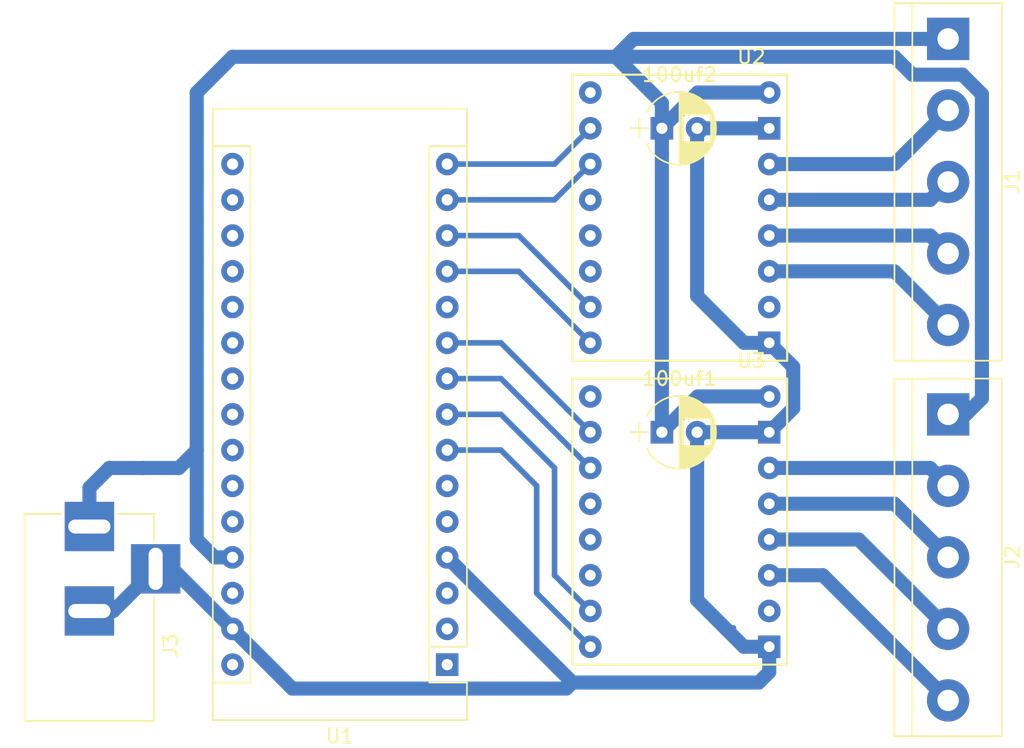
<source format=kicad_pcb>
(kicad_pcb (version 4) (host pcbnew 4.0.7)

  (general
    (links 32)
    (no_connects 0)
    (area 12.375 13.344999 85.835 67.315)
    (thickness 1.6)
    (drawings 0)
    (tracks 92)
    (zones 0)
    (modules 8)
    (nets 48)
  )

  (page A4)
  (layers
    (0 F.Cu signal)
    (31 B.Cu signal)
    (33 F.Adhes user)
    (35 F.Paste user)
    (37 F.SilkS user)
    (39 F.Mask user)
    (40 Dwgs.User user)
    (41 Cmts.User user)
    (42 Eco1.User user)
    (43 Eco2.User user)
    (44 Edge.Cuts user)
    (45 Margin user)
    (47 F.CrtYd user)
    (49 F.Fab user)
  )

  (setup
    (last_trace_width 1)
    (user_trace_width 1)
    (trace_clearance 0.4)
    (zone_clearance 0.508)
    (zone_45_only no)
    (trace_min 0.2)
    (segment_width 0.2)
    (edge_width 0.1)
    (via_size 0.6)
    (via_drill 0.4)
    (via_min_size 0.4)
    (via_min_drill 0.3)
    (uvia_size 0.3)
    (uvia_drill 0.1)
    (uvias_allowed no)
    (uvia_min_size 0.2)
    (uvia_min_drill 0.1)
    (pcb_text_width 0.3)
    (pcb_text_size 1.5 1.5)
    (mod_edge_width 0.15)
    (mod_text_size 1 1)
    (mod_text_width 0.15)
    (pad_size 1.6 1.6)
    (pad_drill 0.8)
    (pad_to_mask_clearance 0)
    (aux_axis_origin 0 0)
    (visible_elements 7FFFFFFF)
    (pcbplotparams
      (layerselection 0x00020_80000001)
      (usegerberextensions false)
      (excludeedgelayer true)
      (linewidth 0.100000)
      (plotframeref false)
      (viasonmask false)
      (mode 1)
      (useauxorigin false)
      (hpglpennumber 1)
      (hpglpenspeed 20)
      (hpglpendiameter 15)
      (hpglpenoverlay 2)
      (psnegative false)
      (psa4output false)
      (plotreference true)
      (plotvalue true)
      (plotinvisibletext false)
      (padsonsilk false)
      (subtractmaskfromsilk false)
      (outputformat 1)
      (mirror false)
      (drillshape 0)
      (scaleselection 1)
      (outputdirectory ./))
  )

  (net 0 "")
  (net 1 /VMOT)
  (net 2 GND)
  (net 3 "Net-(J1-Pad2)")
  (net 4 "Net-(J1-Pad3)")
  (net 5 "Net-(J1-Pad4)")
  (net 6 "Net-(J1-Pad5)")
  (net 7 "Net-(J2-Pad2)")
  (net 8 "Net-(J2-Pad3)")
  (net 9 "Net-(J2-Pad4)")
  (net 10 "Net-(J2-Pad5)")
  (net 11 "Net-(U1-Pad1)")
  (net 12 "Net-(U1-Pad17)")
  (net 13 "Net-(U1-Pad2)")
  (net 14 "Net-(U1-Pad18)")
  (net 15 "Net-(U1-Pad3)")
  (net 16 "Net-(U1-Pad19)")
  (net 17 "Net-(U1-Pad20)")
  (net 18 "Net-(U1-Pad5)")
  (net 19 "Net-(U1-Pad21)")
  (net 20 "Net-(U1-Pad6)")
  (net 21 "Net-(U1-Pad22)")
  (net 22 "Net-(U1-Pad7)")
  (net 23 "Net-(U1-Pad23)")
  (net 24 "Net-(U1-Pad8)")
  (net 25 "Net-(U1-Pad24)")
  (net 26 "Net-(U1-Pad9)")
  (net 27 "Net-(U1-Pad25)")
  (net 28 "Net-(U1-Pad10)")
  (net 29 "Net-(U1-Pad26)")
  (net 30 "Net-(U1-Pad11)")
  (net 31 "Net-(U1-Pad12)")
  (net 32 "Net-(U1-Pad28)")
  (net 33 "Net-(U1-Pad13)")
  (net 34 "Net-(U1-Pad14)")
  (net 35 "Net-(U1-Pad30)")
  (net 36 "Net-(U1-Pad15)")
  (net 37 "Net-(U1-Pad16)")
  (net 38 "Net-(U2-Pad1)")
  (net 39 "Net-(U2-Pad4)")
  (net 40 "Net-(U2-Pad5)")
  (net 41 "Net-(U2-Pad6)")
  (net 42 "Net-(U2-Pad10)")
  (net 43 "Net-(U3-Pad1)")
  (net 44 "Net-(U3-Pad4)")
  (net 45 "Net-(U3-Pad5)")
  (net 46 "Net-(U3-Pad6)")
  (net 47 "Net-(U3-Pad10)")

  (net_class Default "This is the default net class."
    (clearance 0.4)
    (trace_width 0.4)
    (via_dia 0.6)
    (via_drill 0.4)
    (uvia_dia 0.3)
    (uvia_drill 0.1)
    (add_net /VMOT)
    (add_net GND)
    (add_net "Net-(J1-Pad2)")
    (add_net "Net-(J1-Pad3)")
    (add_net "Net-(J1-Pad4)")
    (add_net "Net-(J1-Pad5)")
    (add_net "Net-(J2-Pad2)")
    (add_net "Net-(J2-Pad3)")
    (add_net "Net-(J2-Pad4)")
    (add_net "Net-(J2-Pad5)")
    (add_net "Net-(U1-Pad1)")
    (add_net "Net-(U1-Pad10)")
    (add_net "Net-(U1-Pad11)")
    (add_net "Net-(U1-Pad12)")
    (add_net "Net-(U1-Pad13)")
    (add_net "Net-(U1-Pad14)")
    (add_net "Net-(U1-Pad15)")
    (add_net "Net-(U1-Pad16)")
    (add_net "Net-(U1-Pad17)")
    (add_net "Net-(U1-Pad18)")
    (add_net "Net-(U1-Pad19)")
    (add_net "Net-(U1-Pad2)")
    (add_net "Net-(U1-Pad20)")
    (add_net "Net-(U1-Pad21)")
    (add_net "Net-(U1-Pad22)")
    (add_net "Net-(U1-Pad23)")
    (add_net "Net-(U1-Pad24)")
    (add_net "Net-(U1-Pad25)")
    (add_net "Net-(U1-Pad26)")
    (add_net "Net-(U1-Pad28)")
    (add_net "Net-(U1-Pad3)")
    (add_net "Net-(U1-Pad30)")
    (add_net "Net-(U1-Pad5)")
    (add_net "Net-(U1-Pad6)")
    (add_net "Net-(U1-Pad7)")
    (add_net "Net-(U1-Pad8)")
    (add_net "Net-(U1-Pad9)")
    (add_net "Net-(U2-Pad1)")
    (add_net "Net-(U2-Pad10)")
    (add_net "Net-(U2-Pad4)")
    (add_net "Net-(U2-Pad5)")
    (add_net "Net-(U2-Pad6)")
    (add_net "Net-(U3-Pad1)")
    (add_net "Net-(U3-Pad10)")
    (add_net "Net-(U3-Pad4)")
    (add_net "Net-(U3-Pad5)")
    (add_net "Net-(U3-Pad6)")
  )

  (module Connectors:BARREL_JACK (layer F.Cu) (tedit 5861378E) (tstamp 5B4F5C5F)
    (at 19.05 51.15 90)
    (descr "DC Barrel Jack")
    (tags "Power Jack")
    (path /5B4F59B8)
    (fp_text reference J3 (at -8.45 5.75 270) (layer F.SilkS)
      (effects (font (size 1 1) (thickness 0.15)))
    )
    (fp_text value Jack-DC (at -6.2 -5.5 90) (layer F.Fab)
      (effects (font (size 1 1) (thickness 0.15)))
    )
    (fp_line (start 1 -4.5) (end 1 -4.75) (layer F.CrtYd) (width 0.05))
    (fp_line (start 1 -4.75) (end -14 -4.75) (layer F.CrtYd) (width 0.05))
    (fp_line (start 1 -4.5) (end 1 -2) (layer F.CrtYd) (width 0.05))
    (fp_line (start 1 -2) (end 2 -2) (layer F.CrtYd) (width 0.05))
    (fp_line (start 2 -2) (end 2 2) (layer F.CrtYd) (width 0.05))
    (fp_line (start 2 2) (end 1 2) (layer F.CrtYd) (width 0.05))
    (fp_line (start 1 2) (end 1 4.75) (layer F.CrtYd) (width 0.05))
    (fp_line (start 1 4.75) (end -1 4.75) (layer F.CrtYd) (width 0.05))
    (fp_line (start -1 4.75) (end -1 6.75) (layer F.CrtYd) (width 0.05))
    (fp_line (start -1 6.75) (end -5 6.75) (layer F.CrtYd) (width 0.05))
    (fp_line (start -5 6.75) (end -5 4.75) (layer F.CrtYd) (width 0.05))
    (fp_line (start -5 4.75) (end -14 4.75) (layer F.CrtYd) (width 0.05))
    (fp_line (start -14 4.75) (end -14 -4.75) (layer F.CrtYd) (width 0.05))
    (fp_line (start -5 4.6) (end -13.8 4.6) (layer F.SilkS) (width 0.12))
    (fp_line (start -13.8 4.6) (end -13.8 -4.6) (layer F.SilkS) (width 0.12))
    (fp_line (start 0.9 1.9) (end 0.9 4.6) (layer F.SilkS) (width 0.12))
    (fp_line (start 0.9 4.6) (end -1 4.6) (layer F.SilkS) (width 0.12))
    (fp_line (start -13.8 -4.6) (end 0.9 -4.6) (layer F.SilkS) (width 0.12))
    (fp_line (start 0.9 -4.6) (end 0.9 -2) (layer F.SilkS) (width 0.12))
    (fp_line (start -10.2 -4.5) (end -10.2 4.5) (layer F.Fab) (width 0.1))
    (fp_line (start -13.7 -4.5) (end -13.7 4.5) (layer F.Fab) (width 0.1))
    (fp_line (start -13.7 4.5) (end 0.8 4.5) (layer F.Fab) (width 0.1))
    (fp_line (start 0.8 4.5) (end 0.8 -4.5) (layer F.Fab) (width 0.1))
    (fp_line (start 0.8 -4.5) (end -13.7 -4.5) (layer F.Fab) (width 0.1))
    (pad 1 thru_hole rect (at 0 0 90) (size 3.5 3.5) (drill oval 1 3) (layers *.Cu *.Mask)
      (net 1 /VMOT))
    (pad 2 thru_hole rect (at -6 0 90) (size 3.5 3.5) (drill oval 1 3) (layers *.Cu *.Mask)
      (net 2 GND))
    (pad 3 thru_hole rect (at -3 4.7 90) (size 3.5 3.5) (drill oval 3 1) (layers *.Cu *.Mask)
      (net 2 GND))
  )

  (module "Polarizer Project:drv8834" (layer F.Cu) (tedit 5B4F34F1) (tstamp 5B4F3847)
    (at 54.61 20.32)
    (path /5B36050B)
    (fp_text reference U2 (at 11.43 -2.54) (layer F.SilkS)
      (effects (font (size 1 1) (thickness 0.15)))
    )
    (fp_text value DRV8834_LV (at 1.27 -2.54) (layer F.Fab)
      (effects (font (size 1 1) (thickness 0.15)))
    )
    (fp_line (start -1.27 -1.27) (end 13.97 -1.27) (layer F.SilkS) (width 0.15))
    (fp_line (start 13.97 -1.27) (end 13.97 19.05) (layer F.SilkS) (width 0.15))
    (fp_line (start 13.97 19.05) (end -1.27 19.05) (layer F.SilkS) (width 0.15))
    (fp_line (start -1.27 19.05) (end -1.27 -1.27) (layer F.SilkS) (width 0.15))
    (pad 1 thru_hole circle (at 0 0) (size 1.6 1.6) (drill 0.762) (layers *.Cu *.Mask)
      (net 38 "Net-(U2-Pad1)"))
    (pad 2 thru_hole circle (at 0 2.54) (size 1.6 1.6) (drill 0.762) (layers *.Cu *.Mask)
      (net 36 "Net-(U1-Pad15)"))
    (pad 3 thru_hole circle (at 0 5.08) (size 1.6 1.6) (drill 0.762) (layers *.Cu *.Mask)
      (net 34 "Net-(U1-Pad14)"))
    (pad 4 thru_hole circle (at 0 7.62) (size 1.6 1.6) (drill 0.762) (layers *.Cu *.Mask)
      (net 39 "Net-(U2-Pad4)"))
    (pad 5 thru_hole circle (at 0 10.16) (size 1.6 1.6) (drill 0.762) (layers *.Cu *.Mask)
      (net 40 "Net-(U2-Pad5)"))
    (pad 6 thru_hole circle (at 0 12.7) (size 1.6 1.6) (drill 0.762) (layers *.Cu *.Mask)
      (net 41 "Net-(U2-Pad6)"))
    (pad 7 thru_hole circle (at 0 15.24) (size 1.6 1.6) (drill 0.762) (layers *.Cu *.Mask)
      (net 33 "Net-(U1-Pad13)"))
    (pad 8 thru_hole circle (at 0 17.78) (size 1.6 1.6) (drill 0.762) (layers *.Cu *.Mask)
      (net 31 "Net-(U1-Pad12)"))
    (pad 9 thru_hole rect (at 12.7 17.78) (size 1.6 1.6) (drill 0.762) (layers *.Cu *.Mask)
      (net 2 GND))
    (pad 10 thru_hole circle (at 12.7 15.24) (size 1.6 1.6) (drill 0.762) (layers *.Cu *.Mask)
      (net 42 "Net-(U2-Pad10)"))
    (pad 11 thru_hole circle (at 12.7 12.7) (size 1.6 1.6) (drill 0.762) (layers *.Cu *.Mask)
      (net 6 "Net-(J1-Pad5)"))
    (pad 12 thru_hole circle (at 12.7 10.16) (size 1.6 1.6) (drill 0.762) (layers *.Cu *.Mask)
      (net 5 "Net-(J1-Pad4)"))
    (pad 13 thru_hole circle (at 12.7 7.62) (size 1.6 1.6) (drill 0.762) (layers *.Cu *.Mask)
      (net 4 "Net-(J1-Pad3)"))
    (pad 14 thru_hole circle (at 12.7 5.08) (size 1.6 1.6) (drill 0.762) (layers *.Cu *.Mask)
      (net 3 "Net-(J1-Pad2)"))
    (pad 15 thru_hole rect (at 12.7 2.54) (size 1.6 1.6) (drill 0.762) (layers *.Cu *.Mask)
      (net 2 GND))
    (pad 16 thru_hole circle (at 12.7 0) (size 1.6 1.6) (drill 0.762) (layers *.Cu *.Mask)
      (net 1 /VMOT))
  )

  (module Capacitors_THT:CP_Radial_D5.0mm_P2.50mm (layer F.Cu) (tedit 597BC7C2) (tstamp 5B4F373D)
    (at 59.69 44.45)
    (descr "CP, Radial series, Radial, pin pitch=2.50mm, , diameter=5mm, Electrolytic Capacitor")
    (tags "CP Radial series Radial pin pitch 2.50mm  diameter 5mm Electrolytic Capacitor")
    (path /5B360C92)
    (fp_text reference 100uf1 (at 1.25 -3.81) (layer F.SilkS)
      (effects (font (size 1 1) (thickness 0.15)))
    )
    (fp_text value CP1 (at 1.25 3.81) (layer F.Fab)
      (effects (font (size 1 1) (thickness 0.15)))
    )
    (fp_arc (start 1.25 0) (end -1.05558 -1.18) (angle 125.8) (layer F.SilkS) (width 0.12))
    (fp_arc (start 1.25 0) (end -1.05558 1.18) (angle -125.8) (layer F.SilkS) (width 0.12))
    (fp_arc (start 1.25 0) (end 3.55558 -1.18) (angle 54.2) (layer F.SilkS) (width 0.12))
    (fp_circle (center 1.25 0) (end 3.75 0) (layer F.Fab) (width 0.1))
    (fp_line (start -2.2 0) (end -1 0) (layer F.Fab) (width 0.1))
    (fp_line (start -1.6 -0.65) (end -1.6 0.65) (layer F.Fab) (width 0.1))
    (fp_line (start 1.25 -2.55) (end 1.25 2.55) (layer F.SilkS) (width 0.12))
    (fp_line (start 1.29 -2.55) (end 1.29 2.55) (layer F.SilkS) (width 0.12))
    (fp_line (start 1.33 -2.549) (end 1.33 2.549) (layer F.SilkS) (width 0.12))
    (fp_line (start 1.37 -2.548) (end 1.37 2.548) (layer F.SilkS) (width 0.12))
    (fp_line (start 1.41 -2.546) (end 1.41 2.546) (layer F.SilkS) (width 0.12))
    (fp_line (start 1.45 -2.543) (end 1.45 2.543) (layer F.SilkS) (width 0.12))
    (fp_line (start 1.49 -2.539) (end 1.49 2.539) (layer F.SilkS) (width 0.12))
    (fp_line (start 1.53 -2.535) (end 1.53 -0.98) (layer F.SilkS) (width 0.12))
    (fp_line (start 1.53 0.98) (end 1.53 2.535) (layer F.SilkS) (width 0.12))
    (fp_line (start 1.57 -2.531) (end 1.57 -0.98) (layer F.SilkS) (width 0.12))
    (fp_line (start 1.57 0.98) (end 1.57 2.531) (layer F.SilkS) (width 0.12))
    (fp_line (start 1.61 -2.525) (end 1.61 -0.98) (layer F.SilkS) (width 0.12))
    (fp_line (start 1.61 0.98) (end 1.61 2.525) (layer F.SilkS) (width 0.12))
    (fp_line (start 1.65 -2.519) (end 1.65 -0.98) (layer F.SilkS) (width 0.12))
    (fp_line (start 1.65 0.98) (end 1.65 2.519) (layer F.SilkS) (width 0.12))
    (fp_line (start 1.69 -2.513) (end 1.69 -0.98) (layer F.SilkS) (width 0.12))
    (fp_line (start 1.69 0.98) (end 1.69 2.513) (layer F.SilkS) (width 0.12))
    (fp_line (start 1.73 -2.506) (end 1.73 -0.98) (layer F.SilkS) (width 0.12))
    (fp_line (start 1.73 0.98) (end 1.73 2.506) (layer F.SilkS) (width 0.12))
    (fp_line (start 1.77 -2.498) (end 1.77 -0.98) (layer F.SilkS) (width 0.12))
    (fp_line (start 1.77 0.98) (end 1.77 2.498) (layer F.SilkS) (width 0.12))
    (fp_line (start 1.81 -2.489) (end 1.81 -0.98) (layer F.SilkS) (width 0.12))
    (fp_line (start 1.81 0.98) (end 1.81 2.489) (layer F.SilkS) (width 0.12))
    (fp_line (start 1.85 -2.48) (end 1.85 -0.98) (layer F.SilkS) (width 0.12))
    (fp_line (start 1.85 0.98) (end 1.85 2.48) (layer F.SilkS) (width 0.12))
    (fp_line (start 1.89 -2.47) (end 1.89 -0.98) (layer F.SilkS) (width 0.12))
    (fp_line (start 1.89 0.98) (end 1.89 2.47) (layer F.SilkS) (width 0.12))
    (fp_line (start 1.93 -2.46) (end 1.93 -0.98) (layer F.SilkS) (width 0.12))
    (fp_line (start 1.93 0.98) (end 1.93 2.46) (layer F.SilkS) (width 0.12))
    (fp_line (start 1.971 -2.448) (end 1.971 -0.98) (layer F.SilkS) (width 0.12))
    (fp_line (start 1.971 0.98) (end 1.971 2.448) (layer F.SilkS) (width 0.12))
    (fp_line (start 2.011 -2.436) (end 2.011 -0.98) (layer F.SilkS) (width 0.12))
    (fp_line (start 2.011 0.98) (end 2.011 2.436) (layer F.SilkS) (width 0.12))
    (fp_line (start 2.051 -2.424) (end 2.051 -0.98) (layer F.SilkS) (width 0.12))
    (fp_line (start 2.051 0.98) (end 2.051 2.424) (layer F.SilkS) (width 0.12))
    (fp_line (start 2.091 -2.41) (end 2.091 -0.98) (layer F.SilkS) (width 0.12))
    (fp_line (start 2.091 0.98) (end 2.091 2.41) (layer F.SilkS) (width 0.12))
    (fp_line (start 2.131 -2.396) (end 2.131 -0.98) (layer F.SilkS) (width 0.12))
    (fp_line (start 2.131 0.98) (end 2.131 2.396) (layer F.SilkS) (width 0.12))
    (fp_line (start 2.171 -2.382) (end 2.171 -0.98) (layer F.SilkS) (width 0.12))
    (fp_line (start 2.171 0.98) (end 2.171 2.382) (layer F.SilkS) (width 0.12))
    (fp_line (start 2.211 -2.366) (end 2.211 -0.98) (layer F.SilkS) (width 0.12))
    (fp_line (start 2.211 0.98) (end 2.211 2.366) (layer F.SilkS) (width 0.12))
    (fp_line (start 2.251 -2.35) (end 2.251 -0.98) (layer F.SilkS) (width 0.12))
    (fp_line (start 2.251 0.98) (end 2.251 2.35) (layer F.SilkS) (width 0.12))
    (fp_line (start 2.291 -2.333) (end 2.291 -0.98) (layer F.SilkS) (width 0.12))
    (fp_line (start 2.291 0.98) (end 2.291 2.333) (layer F.SilkS) (width 0.12))
    (fp_line (start 2.331 -2.315) (end 2.331 -0.98) (layer F.SilkS) (width 0.12))
    (fp_line (start 2.331 0.98) (end 2.331 2.315) (layer F.SilkS) (width 0.12))
    (fp_line (start 2.371 -2.296) (end 2.371 -0.98) (layer F.SilkS) (width 0.12))
    (fp_line (start 2.371 0.98) (end 2.371 2.296) (layer F.SilkS) (width 0.12))
    (fp_line (start 2.411 -2.276) (end 2.411 -0.98) (layer F.SilkS) (width 0.12))
    (fp_line (start 2.411 0.98) (end 2.411 2.276) (layer F.SilkS) (width 0.12))
    (fp_line (start 2.451 -2.256) (end 2.451 -0.98) (layer F.SilkS) (width 0.12))
    (fp_line (start 2.451 0.98) (end 2.451 2.256) (layer F.SilkS) (width 0.12))
    (fp_line (start 2.491 -2.234) (end 2.491 -0.98) (layer F.SilkS) (width 0.12))
    (fp_line (start 2.491 0.98) (end 2.491 2.234) (layer F.SilkS) (width 0.12))
    (fp_line (start 2.531 -2.212) (end 2.531 -0.98) (layer F.SilkS) (width 0.12))
    (fp_line (start 2.531 0.98) (end 2.531 2.212) (layer F.SilkS) (width 0.12))
    (fp_line (start 2.571 -2.189) (end 2.571 -0.98) (layer F.SilkS) (width 0.12))
    (fp_line (start 2.571 0.98) (end 2.571 2.189) (layer F.SilkS) (width 0.12))
    (fp_line (start 2.611 -2.165) (end 2.611 -0.98) (layer F.SilkS) (width 0.12))
    (fp_line (start 2.611 0.98) (end 2.611 2.165) (layer F.SilkS) (width 0.12))
    (fp_line (start 2.651 -2.14) (end 2.651 -0.98) (layer F.SilkS) (width 0.12))
    (fp_line (start 2.651 0.98) (end 2.651 2.14) (layer F.SilkS) (width 0.12))
    (fp_line (start 2.691 -2.113) (end 2.691 -0.98) (layer F.SilkS) (width 0.12))
    (fp_line (start 2.691 0.98) (end 2.691 2.113) (layer F.SilkS) (width 0.12))
    (fp_line (start 2.731 -2.086) (end 2.731 -0.98) (layer F.SilkS) (width 0.12))
    (fp_line (start 2.731 0.98) (end 2.731 2.086) (layer F.SilkS) (width 0.12))
    (fp_line (start 2.771 -2.058) (end 2.771 -0.98) (layer F.SilkS) (width 0.12))
    (fp_line (start 2.771 0.98) (end 2.771 2.058) (layer F.SilkS) (width 0.12))
    (fp_line (start 2.811 -2.028) (end 2.811 -0.98) (layer F.SilkS) (width 0.12))
    (fp_line (start 2.811 0.98) (end 2.811 2.028) (layer F.SilkS) (width 0.12))
    (fp_line (start 2.851 -1.997) (end 2.851 -0.98) (layer F.SilkS) (width 0.12))
    (fp_line (start 2.851 0.98) (end 2.851 1.997) (layer F.SilkS) (width 0.12))
    (fp_line (start 2.891 -1.965) (end 2.891 -0.98) (layer F.SilkS) (width 0.12))
    (fp_line (start 2.891 0.98) (end 2.891 1.965) (layer F.SilkS) (width 0.12))
    (fp_line (start 2.931 -1.932) (end 2.931 -0.98) (layer F.SilkS) (width 0.12))
    (fp_line (start 2.931 0.98) (end 2.931 1.932) (layer F.SilkS) (width 0.12))
    (fp_line (start 2.971 -1.897) (end 2.971 -0.98) (layer F.SilkS) (width 0.12))
    (fp_line (start 2.971 0.98) (end 2.971 1.897) (layer F.SilkS) (width 0.12))
    (fp_line (start 3.011 -1.861) (end 3.011 -0.98) (layer F.SilkS) (width 0.12))
    (fp_line (start 3.011 0.98) (end 3.011 1.861) (layer F.SilkS) (width 0.12))
    (fp_line (start 3.051 -1.823) (end 3.051 -0.98) (layer F.SilkS) (width 0.12))
    (fp_line (start 3.051 0.98) (end 3.051 1.823) (layer F.SilkS) (width 0.12))
    (fp_line (start 3.091 -1.783) (end 3.091 -0.98) (layer F.SilkS) (width 0.12))
    (fp_line (start 3.091 0.98) (end 3.091 1.783) (layer F.SilkS) (width 0.12))
    (fp_line (start 3.131 -1.742) (end 3.131 -0.98) (layer F.SilkS) (width 0.12))
    (fp_line (start 3.131 0.98) (end 3.131 1.742) (layer F.SilkS) (width 0.12))
    (fp_line (start 3.171 -1.699) (end 3.171 -0.98) (layer F.SilkS) (width 0.12))
    (fp_line (start 3.171 0.98) (end 3.171 1.699) (layer F.SilkS) (width 0.12))
    (fp_line (start 3.211 -1.654) (end 3.211 -0.98) (layer F.SilkS) (width 0.12))
    (fp_line (start 3.211 0.98) (end 3.211 1.654) (layer F.SilkS) (width 0.12))
    (fp_line (start 3.251 -1.606) (end 3.251 -0.98) (layer F.SilkS) (width 0.12))
    (fp_line (start 3.251 0.98) (end 3.251 1.606) (layer F.SilkS) (width 0.12))
    (fp_line (start 3.291 -1.556) (end 3.291 -0.98) (layer F.SilkS) (width 0.12))
    (fp_line (start 3.291 0.98) (end 3.291 1.556) (layer F.SilkS) (width 0.12))
    (fp_line (start 3.331 -1.504) (end 3.331 -0.98) (layer F.SilkS) (width 0.12))
    (fp_line (start 3.331 0.98) (end 3.331 1.504) (layer F.SilkS) (width 0.12))
    (fp_line (start 3.371 -1.448) (end 3.371 -0.98) (layer F.SilkS) (width 0.12))
    (fp_line (start 3.371 0.98) (end 3.371 1.448) (layer F.SilkS) (width 0.12))
    (fp_line (start 3.411 -1.39) (end 3.411 -0.98) (layer F.SilkS) (width 0.12))
    (fp_line (start 3.411 0.98) (end 3.411 1.39) (layer F.SilkS) (width 0.12))
    (fp_line (start 3.451 -1.327) (end 3.451 -0.98) (layer F.SilkS) (width 0.12))
    (fp_line (start 3.451 0.98) (end 3.451 1.327) (layer F.SilkS) (width 0.12))
    (fp_line (start 3.491 -1.261) (end 3.491 1.261) (layer F.SilkS) (width 0.12))
    (fp_line (start 3.531 -1.189) (end 3.531 1.189) (layer F.SilkS) (width 0.12))
    (fp_line (start 3.571 -1.112) (end 3.571 1.112) (layer F.SilkS) (width 0.12))
    (fp_line (start 3.611 -1.028) (end 3.611 1.028) (layer F.SilkS) (width 0.12))
    (fp_line (start 3.651 -0.934) (end 3.651 0.934) (layer F.SilkS) (width 0.12))
    (fp_line (start 3.691 -0.829) (end 3.691 0.829) (layer F.SilkS) (width 0.12))
    (fp_line (start 3.731 -0.707) (end 3.731 0.707) (layer F.SilkS) (width 0.12))
    (fp_line (start 3.771 -0.559) (end 3.771 0.559) (layer F.SilkS) (width 0.12))
    (fp_line (start 3.811 -0.354) (end 3.811 0.354) (layer F.SilkS) (width 0.12))
    (fp_line (start -2.2 0) (end -1 0) (layer F.SilkS) (width 0.12))
    (fp_line (start -1.6 -0.65) (end -1.6 0.65) (layer F.SilkS) (width 0.12))
    (fp_line (start -1.6 -2.85) (end -1.6 2.85) (layer F.CrtYd) (width 0.05))
    (fp_line (start -1.6 2.85) (end 4.1 2.85) (layer F.CrtYd) (width 0.05))
    (fp_line (start 4.1 2.85) (end 4.1 -2.85) (layer F.CrtYd) (width 0.05))
    (fp_line (start 4.1 -2.85) (end -1.6 -2.85) (layer F.CrtYd) (width 0.05))
    (fp_text user %R (at 1.25 0) (layer F.Fab)
      (effects (font (size 1 1) (thickness 0.15)))
    )
    (pad 1 thru_hole rect (at 0 0) (size 1.6 1.6) (drill 0.8) (layers *.Cu *.Mask)
      (net 1 /VMOT))
    (pad 2 thru_hole circle (at 2.5 0) (size 1.6 1.6) (drill 0.8) (layers *.Cu *.Mask)
      (net 2 GND))
    (model ${KISYS3DMOD}/Capacitors_THT.3dshapes/CP_Radial_D5.0mm_P2.50mm.wrl
      (at (xyz 0 0 0))
      (scale (xyz 1 1 1))
      (rotate (xyz 0 0 0))
    )
  )

  (module Capacitors_THT:CP_Radial_D5.0mm_P2.50mm (layer F.Cu) (tedit 597BC7C2) (tstamp 5B4F37C2)
    (at 59.69 22.86)
    (descr "CP, Radial series, Radial, pin pitch=2.50mm, , diameter=5mm, Electrolytic Capacitor")
    (tags "CP Radial series Radial pin pitch 2.50mm  diameter 5mm Electrolytic Capacitor")
    (path /5B360D13)
    (fp_text reference 100uf2 (at 1.25 -3.81) (layer F.SilkS)
      (effects (font (size 1 1) (thickness 0.15)))
    )
    (fp_text value CP1 (at 1.25 3.81) (layer F.Fab)
      (effects (font (size 1 1) (thickness 0.15)))
    )
    (fp_arc (start 1.25 0) (end -1.05558 -1.18) (angle 125.8) (layer F.SilkS) (width 0.12))
    (fp_arc (start 1.25 0) (end -1.05558 1.18) (angle -125.8) (layer F.SilkS) (width 0.12))
    (fp_arc (start 1.25 0) (end 3.55558 -1.18) (angle 54.2) (layer F.SilkS) (width 0.12))
    (fp_circle (center 1.25 0) (end 3.75 0) (layer F.Fab) (width 0.1))
    (fp_line (start -2.2 0) (end -1 0) (layer F.Fab) (width 0.1))
    (fp_line (start -1.6 -0.65) (end -1.6 0.65) (layer F.Fab) (width 0.1))
    (fp_line (start 1.25 -2.55) (end 1.25 2.55) (layer F.SilkS) (width 0.12))
    (fp_line (start 1.29 -2.55) (end 1.29 2.55) (layer F.SilkS) (width 0.12))
    (fp_line (start 1.33 -2.549) (end 1.33 2.549) (layer F.SilkS) (width 0.12))
    (fp_line (start 1.37 -2.548) (end 1.37 2.548) (layer F.SilkS) (width 0.12))
    (fp_line (start 1.41 -2.546) (end 1.41 2.546) (layer F.SilkS) (width 0.12))
    (fp_line (start 1.45 -2.543) (end 1.45 2.543) (layer F.SilkS) (width 0.12))
    (fp_line (start 1.49 -2.539) (end 1.49 2.539) (layer F.SilkS) (width 0.12))
    (fp_line (start 1.53 -2.535) (end 1.53 -0.98) (layer F.SilkS) (width 0.12))
    (fp_line (start 1.53 0.98) (end 1.53 2.535) (layer F.SilkS) (width 0.12))
    (fp_line (start 1.57 -2.531) (end 1.57 -0.98) (layer F.SilkS) (width 0.12))
    (fp_line (start 1.57 0.98) (end 1.57 2.531) (layer F.SilkS) (width 0.12))
    (fp_line (start 1.61 -2.525) (end 1.61 -0.98) (layer F.SilkS) (width 0.12))
    (fp_line (start 1.61 0.98) (end 1.61 2.525) (layer F.SilkS) (width 0.12))
    (fp_line (start 1.65 -2.519) (end 1.65 -0.98) (layer F.SilkS) (width 0.12))
    (fp_line (start 1.65 0.98) (end 1.65 2.519) (layer F.SilkS) (width 0.12))
    (fp_line (start 1.69 -2.513) (end 1.69 -0.98) (layer F.SilkS) (width 0.12))
    (fp_line (start 1.69 0.98) (end 1.69 2.513) (layer F.SilkS) (width 0.12))
    (fp_line (start 1.73 -2.506) (end 1.73 -0.98) (layer F.SilkS) (width 0.12))
    (fp_line (start 1.73 0.98) (end 1.73 2.506) (layer F.SilkS) (width 0.12))
    (fp_line (start 1.77 -2.498) (end 1.77 -0.98) (layer F.SilkS) (width 0.12))
    (fp_line (start 1.77 0.98) (end 1.77 2.498) (layer F.SilkS) (width 0.12))
    (fp_line (start 1.81 -2.489) (end 1.81 -0.98) (layer F.SilkS) (width 0.12))
    (fp_line (start 1.81 0.98) (end 1.81 2.489) (layer F.SilkS) (width 0.12))
    (fp_line (start 1.85 -2.48) (end 1.85 -0.98) (layer F.SilkS) (width 0.12))
    (fp_line (start 1.85 0.98) (end 1.85 2.48) (layer F.SilkS) (width 0.12))
    (fp_line (start 1.89 -2.47) (end 1.89 -0.98) (layer F.SilkS) (width 0.12))
    (fp_line (start 1.89 0.98) (end 1.89 2.47) (layer F.SilkS) (width 0.12))
    (fp_line (start 1.93 -2.46) (end 1.93 -0.98) (layer F.SilkS) (width 0.12))
    (fp_line (start 1.93 0.98) (end 1.93 2.46) (layer F.SilkS) (width 0.12))
    (fp_line (start 1.971 -2.448) (end 1.971 -0.98) (layer F.SilkS) (width 0.12))
    (fp_line (start 1.971 0.98) (end 1.971 2.448) (layer F.SilkS) (width 0.12))
    (fp_line (start 2.011 -2.436) (end 2.011 -0.98) (layer F.SilkS) (width 0.12))
    (fp_line (start 2.011 0.98) (end 2.011 2.436) (layer F.SilkS) (width 0.12))
    (fp_line (start 2.051 -2.424) (end 2.051 -0.98) (layer F.SilkS) (width 0.12))
    (fp_line (start 2.051 0.98) (end 2.051 2.424) (layer F.SilkS) (width 0.12))
    (fp_line (start 2.091 -2.41) (end 2.091 -0.98) (layer F.SilkS) (width 0.12))
    (fp_line (start 2.091 0.98) (end 2.091 2.41) (layer F.SilkS) (width 0.12))
    (fp_line (start 2.131 -2.396) (end 2.131 -0.98) (layer F.SilkS) (width 0.12))
    (fp_line (start 2.131 0.98) (end 2.131 2.396) (layer F.SilkS) (width 0.12))
    (fp_line (start 2.171 -2.382) (end 2.171 -0.98) (layer F.SilkS) (width 0.12))
    (fp_line (start 2.171 0.98) (end 2.171 2.382) (layer F.SilkS) (width 0.12))
    (fp_line (start 2.211 -2.366) (end 2.211 -0.98) (layer F.SilkS) (width 0.12))
    (fp_line (start 2.211 0.98) (end 2.211 2.366) (layer F.SilkS) (width 0.12))
    (fp_line (start 2.251 -2.35) (end 2.251 -0.98) (layer F.SilkS) (width 0.12))
    (fp_line (start 2.251 0.98) (end 2.251 2.35) (layer F.SilkS) (width 0.12))
    (fp_line (start 2.291 -2.333) (end 2.291 -0.98) (layer F.SilkS) (width 0.12))
    (fp_line (start 2.291 0.98) (end 2.291 2.333) (layer F.SilkS) (width 0.12))
    (fp_line (start 2.331 -2.315) (end 2.331 -0.98) (layer F.SilkS) (width 0.12))
    (fp_line (start 2.331 0.98) (end 2.331 2.315) (layer F.SilkS) (width 0.12))
    (fp_line (start 2.371 -2.296) (end 2.371 -0.98) (layer F.SilkS) (width 0.12))
    (fp_line (start 2.371 0.98) (end 2.371 2.296) (layer F.SilkS) (width 0.12))
    (fp_line (start 2.411 -2.276) (end 2.411 -0.98) (layer F.SilkS) (width 0.12))
    (fp_line (start 2.411 0.98) (end 2.411 2.276) (layer F.SilkS) (width 0.12))
    (fp_line (start 2.451 -2.256) (end 2.451 -0.98) (layer F.SilkS) (width 0.12))
    (fp_line (start 2.451 0.98) (end 2.451 2.256) (layer F.SilkS) (width 0.12))
    (fp_line (start 2.491 -2.234) (end 2.491 -0.98) (layer F.SilkS) (width 0.12))
    (fp_line (start 2.491 0.98) (end 2.491 2.234) (layer F.SilkS) (width 0.12))
    (fp_line (start 2.531 -2.212) (end 2.531 -0.98) (layer F.SilkS) (width 0.12))
    (fp_line (start 2.531 0.98) (end 2.531 2.212) (layer F.SilkS) (width 0.12))
    (fp_line (start 2.571 -2.189) (end 2.571 -0.98) (layer F.SilkS) (width 0.12))
    (fp_line (start 2.571 0.98) (end 2.571 2.189) (layer F.SilkS) (width 0.12))
    (fp_line (start 2.611 -2.165) (end 2.611 -0.98) (layer F.SilkS) (width 0.12))
    (fp_line (start 2.611 0.98) (end 2.611 2.165) (layer F.SilkS) (width 0.12))
    (fp_line (start 2.651 -2.14) (end 2.651 -0.98) (layer F.SilkS) (width 0.12))
    (fp_line (start 2.651 0.98) (end 2.651 2.14) (layer F.SilkS) (width 0.12))
    (fp_line (start 2.691 -2.113) (end 2.691 -0.98) (layer F.SilkS) (width 0.12))
    (fp_line (start 2.691 0.98) (end 2.691 2.113) (layer F.SilkS) (width 0.12))
    (fp_line (start 2.731 -2.086) (end 2.731 -0.98) (layer F.SilkS) (width 0.12))
    (fp_line (start 2.731 0.98) (end 2.731 2.086) (layer F.SilkS) (width 0.12))
    (fp_line (start 2.771 -2.058) (end 2.771 -0.98) (layer F.SilkS) (width 0.12))
    (fp_line (start 2.771 0.98) (end 2.771 2.058) (layer F.SilkS) (width 0.12))
    (fp_line (start 2.811 -2.028) (end 2.811 -0.98) (layer F.SilkS) (width 0.12))
    (fp_line (start 2.811 0.98) (end 2.811 2.028) (layer F.SilkS) (width 0.12))
    (fp_line (start 2.851 -1.997) (end 2.851 -0.98) (layer F.SilkS) (width 0.12))
    (fp_line (start 2.851 0.98) (end 2.851 1.997) (layer F.SilkS) (width 0.12))
    (fp_line (start 2.891 -1.965) (end 2.891 -0.98) (layer F.SilkS) (width 0.12))
    (fp_line (start 2.891 0.98) (end 2.891 1.965) (layer F.SilkS) (width 0.12))
    (fp_line (start 2.931 -1.932) (end 2.931 -0.98) (layer F.SilkS) (width 0.12))
    (fp_line (start 2.931 0.98) (end 2.931 1.932) (layer F.SilkS) (width 0.12))
    (fp_line (start 2.971 -1.897) (end 2.971 -0.98) (layer F.SilkS) (width 0.12))
    (fp_line (start 2.971 0.98) (end 2.971 1.897) (layer F.SilkS) (width 0.12))
    (fp_line (start 3.011 -1.861) (end 3.011 -0.98) (layer F.SilkS) (width 0.12))
    (fp_line (start 3.011 0.98) (end 3.011 1.861) (layer F.SilkS) (width 0.12))
    (fp_line (start 3.051 -1.823) (end 3.051 -0.98) (layer F.SilkS) (width 0.12))
    (fp_line (start 3.051 0.98) (end 3.051 1.823) (layer F.SilkS) (width 0.12))
    (fp_line (start 3.091 -1.783) (end 3.091 -0.98) (layer F.SilkS) (width 0.12))
    (fp_line (start 3.091 0.98) (end 3.091 1.783) (layer F.SilkS) (width 0.12))
    (fp_line (start 3.131 -1.742) (end 3.131 -0.98) (layer F.SilkS) (width 0.12))
    (fp_line (start 3.131 0.98) (end 3.131 1.742) (layer F.SilkS) (width 0.12))
    (fp_line (start 3.171 -1.699) (end 3.171 -0.98) (layer F.SilkS) (width 0.12))
    (fp_line (start 3.171 0.98) (end 3.171 1.699) (layer F.SilkS) (width 0.12))
    (fp_line (start 3.211 -1.654) (end 3.211 -0.98) (layer F.SilkS) (width 0.12))
    (fp_line (start 3.211 0.98) (end 3.211 1.654) (layer F.SilkS) (width 0.12))
    (fp_line (start 3.251 -1.606) (end 3.251 -0.98) (layer F.SilkS) (width 0.12))
    (fp_line (start 3.251 0.98) (end 3.251 1.606) (layer F.SilkS) (width 0.12))
    (fp_line (start 3.291 -1.556) (end 3.291 -0.98) (layer F.SilkS) (width 0.12))
    (fp_line (start 3.291 0.98) (end 3.291 1.556) (layer F.SilkS) (width 0.12))
    (fp_line (start 3.331 -1.504) (end 3.331 -0.98) (layer F.SilkS) (width 0.12))
    (fp_line (start 3.331 0.98) (end 3.331 1.504) (layer F.SilkS) (width 0.12))
    (fp_line (start 3.371 -1.448) (end 3.371 -0.98) (layer F.SilkS) (width 0.12))
    (fp_line (start 3.371 0.98) (end 3.371 1.448) (layer F.SilkS) (width 0.12))
    (fp_line (start 3.411 -1.39) (end 3.411 -0.98) (layer F.SilkS) (width 0.12))
    (fp_line (start 3.411 0.98) (end 3.411 1.39) (layer F.SilkS) (width 0.12))
    (fp_line (start 3.451 -1.327) (end 3.451 -0.98) (layer F.SilkS) (width 0.12))
    (fp_line (start 3.451 0.98) (end 3.451 1.327) (layer F.SilkS) (width 0.12))
    (fp_line (start 3.491 -1.261) (end 3.491 1.261) (layer F.SilkS) (width 0.12))
    (fp_line (start 3.531 -1.189) (end 3.531 1.189) (layer F.SilkS) (width 0.12))
    (fp_line (start 3.571 -1.112) (end 3.571 1.112) (layer F.SilkS) (width 0.12))
    (fp_line (start 3.611 -1.028) (end 3.611 1.028) (layer F.SilkS) (width 0.12))
    (fp_line (start 3.651 -0.934) (end 3.651 0.934) (layer F.SilkS) (width 0.12))
    (fp_line (start 3.691 -0.829) (end 3.691 0.829) (layer F.SilkS) (width 0.12))
    (fp_line (start 3.731 -0.707) (end 3.731 0.707) (layer F.SilkS) (width 0.12))
    (fp_line (start 3.771 -0.559) (end 3.771 0.559) (layer F.SilkS) (width 0.12))
    (fp_line (start 3.811 -0.354) (end 3.811 0.354) (layer F.SilkS) (width 0.12))
    (fp_line (start -2.2 0) (end -1 0) (layer F.SilkS) (width 0.12))
    (fp_line (start -1.6 -0.65) (end -1.6 0.65) (layer F.SilkS) (width 0.12))
    (fp_line (start -1.6 -2.85) (end -1.6 2.85) (layer F.CrtYd) (width 0.05))
    (fp_line (start -1.6 2.85) (end 4.1 2.85) (layer F.CrtYd) (width 0.05))
    (fp_line (start 4.1 2.85) (end 4.1 -2.85) (layer F.CrtYd) (width 0.05))
    (fp_line (start 4.1 -2.85) (end -1.6 -2.85) (layer F.CrtYd) (width 0.05))
    (fp_text user %R (at 1.25 0) (layer F.Fab)
      (effects (font (size 1 1) (thickness 0.15)))
    )
    (pad 1 thru_hole rect (at 0 0) (size 1.6 1.6) (drill 0.8) (layers *.Cu *.Mask)
      (net 1 /VMOT))
    (pad 2 thru_hole circle (at 2.5 0) (size 1.6 1.6) (drill 0.8) (layers *.Cu *.Mask)
      (net 2 GND))
    (model ${KISYS3DMOD}/Capacitors_THT.3dshapes/CP_Radial_D5.0mm_P2.50mm.wrl
      (at (xyz 0 0 0))
      (scale (xyz 1 1 1))
      (rotate (xyz 0 0 0))
    )
  )

  (module Connectors_Terminal_Blocks:TerminalBlock_bornier-5_P5.08mm (layer F.Cu) (tedit 59FF03DE) (tstamp 5B4F37DA)
    (at 80.01 16.51 270)
    (descr "simple 5-pin terminal block, pitch 5.08mm, revamped version of bornier5")
    (tags "terminal block bornier5")
    (path /5B3653D2)
    (fp_text reference J1 (at 10.15 -4.55 270) (layer F.SilkS)
      (effects (font (size 1 1) (thickness 0.15)))
    )
    (fp_text value Screw_Terminal_01x05 (at 10.15 4.6 270) (layer F.Fab)
      (effects (font (size 1 1) (thickness 0.15)))
    )
    (fp_text user %R (at 10.16 0 270) (layer F.Fab)
      (effects (font (size 1 1) (thickness 0.15)))
    )
    (fp_line (start -2.49 2.55) (end 22.81 2.55) (layer F.Fab) (width 0.1))
    (fp_line (start -2.49 -3.75) (end -2.49 3.75) (layer F.Fab) (width 0.1))
    (fp_line (start -2.49 3.75) (end 22.81 3.75) (layer F.Fab) (width 0.1))
    (fp_line (start 22.81 3.75) (end 22.81 -3.75) (layer F.Fab) (width 0.1))
    (fp_line (start 22.81 -3.75) (end -2.49 -3.75) (layer F.Fab) (width 0.1))
    (fp_line (start -2.54 3.81) (end 22.86 3.81) (layer F.SilkS) (width 0.12))
    (fp_line (start -2.54 2.54) (end 22.86 2.54) (layer F.SilkS) (width 0.12))
    (fp_line (start -2.54 -3.81) (end 22.86 -3.81) (layer F.SilkS) (width 0.12))
    (fp_line (start 22.86 -3.81) (end 22.86 3.81) (layer F.SilkS) (width 0.12))
    (fp_line (start -2.54 -3.81) (end -2.54 3.81) (layer F.SilkS) (width 0.12))
    (fp_line (start -2.74 -4) (end 23.06 -4) (layer F.CrtYd) (width 0.05))
    (fp_line (start -2.74 -4) (end -2.74 4) (layer F.CrtYd) (width 0.05))
    (fp_line (start 23.06 4) (end 23.06 -4) (layer F.CrtYd) (width 0.05))
    (fp_line (start 23.06 4) (end -2.74 4) (layer F.CrtYd) (width 0.05))
    (pad 2 thru_hole circle (at 5.08 0 270) (size 3 3) (drill 1.52) (layers *.Cu *.Mask)
      (net 3 "Net-(J1-Pad2)"))
    (pad 3 thru_hole circle (at 10.16 0 270) (size 3 3) (drill 1.52) (layers *.Cu *.Mask)
      (net 4 "Net-(J1-Pad3)"))
    (pad 1 thru_hole rect (at 0 0 270) (size 3 3) (drill 1.52) (layers *.Cu *.Mask)
      (net 1 /VMOT))
    (pad 4 thru_hole circle (at 15.24 0 270) (size 3 3) (drill 1.52) (layers *.Cu *.Mask)
      (net 5 "Net-(J1-Pad4)"))
    (pad 5 thru_hole circle (at 20.32 0 270) (size 3 3) (drill 1.52) (layers *.Cu *.Mask)
      (net 6 "Net-(J1-Pad5)"))
    (model ${KISYS3DMOD}/Terminal_Blocks.3dshapes/TerminalBlock_bornier-5_P5.08mm.wrl
      (at (xyz 0.4 0 0))
      (scale (xyz 1 1 1))
      (rotate (xyz 0 0 0))
    )
  )

  (module Connectors_Terminal_Blocks:TerminalBlock_bornier-5_P5.08mm (layer F.Cu) (tedit 59FF03DE) (tstamp 5B4F37F2)
    (at 80.01 43.18 270)
    (descr "simple 5-pin terminal block, pitch 5.08mm, revamped version of bornier5")
    (tags "terminal block bornier5")
    (path /5B36555A)
    (fp_text reference J2 (at 10.15 -4.55 270) (layer F.SilkS)
      (effects (font (size 1 1) (thickness 0.15)))
    )
    (fp_text value Screw_Terminal_01x05 (at 10.15 4.6 270) (layer F.Fab)
      (effects (font (size 1 1) (thickness 0.15)))
    )
    (fp_text user %R (at 10.16 0 270) (layer F.Fab)
      (effects (font (size 1 1) (thickness 0.15)))
    )
    (fp_line (start -2.49 2.55) (end 22.81 2.55) (layer F.Fab) (width 0.1))
    (fp_line (start -2.49 -3.75) (end -2.49 3.75) (layer F.Fab) (width 0.1))
    (fp_line (start -2.49 3.75) (end 22.81 3.75) (layer F.Fab) (width 0.1))
    (fp_line (start 22.81 3.75) (end 22.81 -3.75) (layer F.Fab) (width 0.1))
    (fp_line (start 22.81 -3.75) (end -2.49 -3.75) (layer F.Fab) (width 0.1))
    (fp_line (start -2.54 3.81) (end 22.86 3.81) (layer F.SilkS) (width 0.12))
    (fp_line (start -2.54 2.54) (end 22.86 2.54) (layer F.SilkS) (width 0.12))
    (fp_line (start -2.54 -3.81) (end 22.86 -3.81) (layer F.SilkS) (width 0.12))
    (fp_line (start 22.86 -3.81) (end 22.86 3.81) (layer F.SilkS) (width 0.12))
    (fp_line (start -2.54 -3.81) (end -2.54 3.81) (layer F.SilkS) (width 0.12))
    (fp_line (start -2.74 -4) (end 23.06 -4) (layer F.CrtYd) (width 0.05))
    (fp_line (start -2.74 -4) (end -2.74 4) (layer F.CrtYd) (width 0.05))
    (fp_line (start 23.06 4) (end 23.06 -4) (layer F.CrtYd) (width 0.05))
    (fp_line (start 23.06 4) (end -2.74 4) (layer F.CrtYd) (width 0.05))
    (pad 2 thru_hole circle (at 5.08 0 270) (size 3 3) (drill 1.52) (layers *.Cu *.Mask)
      (net 7 "Net-(J2-Pad2)"))
    (pad 3 thru_hole circle (at 10.16 0 270) (size 3 3) (drill 1.52) (layers *.Cu *.Mask)
      (net 8 "Net-(J2-Pad3)"))
    (pad 1 thru_hole rect (at 0 0 270) (size 3 3) (drill 1.52) (layers *.Cu *.Mask)
      (net 1 /VMOT))
    (pad 4 thru_hole circle (at 15.24 0 270) (size 3 3) (drill 1.52) (layers *.Cu *.Mask)
      (net 9 "Net-(J2-Pad4)"))
    (pad 5 thru_hole circle (at 20.32 0 270) (size 3 3) (drill 1.52) (layers *.Cu *.Mask)
      (net 10 "Net-(J2-Pad5)"))
    (model ${KISYS3DMOD}/Terminal_Blocks.3dshapes/TerminalBlock_bornier-5_P5.08mm.wrl
      (at (xyz 0.4 0 0))
      (scale (xyz 1 1 1))
      (rotate (xyz 0 0 0))
    )
  )

  (module Modules:Arduino_Nano (layer F.Cu) (tedit 5B4F50E0) (tstamp 5B4F382F)
    (at 44.45 60.96 180)
    (descr "Arduino Nano, http://www.mouser.com/pdfdocs/Gravitech_Arduino_Nano3_0.pdf")
    (tags "Arduino Nano")
    (path /5B3603A6)
    (fp_text reference U1 (at 7.62 -5.08 180) (layer F.SilkS)
      (effects (font (size 1 1) (thickness 0.15)))
    )
    (fp_text value ArduinoNano (at 8.89 19.05 270) (layer F.Fab)
      (effects (font (size 1 1) (thickness 0.15)))
    )
    (fp_text user %R (at 6.35 19.05 270) (layer F.Fab)
      (effects (font (size 1 1) (thickness 0.15)))
    )
    (fp_line (start 1.27 1.27) (end 1.27 -1.27) (layer F.SilkS) (width 0.12))
    (fp_line (start 1.27 -1.27) (end -1.4 -1.27) (layer F.SilkS) (width 0.12))
    (fp_line (start -1.4 1.27) (end -1.4 39.5) (layer F.SilkS) (width 0.12))
    (fp_line (start -1.4 -3.94) (end -1.4 -1.27) (layer F.SilkS) (width 0.12))
    (fp_line (start 13.97 -1.27) (end 16.64 -1.27) (layer F.SilkS) (width 0.12))
    (fp_line (start 13.97 -1.27) (end 13.97 36.83) (layer F.SilkS) (width 0.12))
    (fp_line (start 13.97 36.83) (end 16.64 36.83) (layer F.SilkS) (width 0.12))
    (fp_line (start 1.27 1.27) (end -1.4 1.27) (layer F.SilkS) (width 0.12))
    (fp_line (start 1.27 1.27) (end 1.27 36.83) (layer F.SilkS) (width 0.12))
    (fp_line (start 1.27 36.83) (end -1.4 36.83) (layer F.SilkS) (width 0.12))
    (fp_line (start 3.81 31.75) (end 11.43 31.75) (layer F.Fab) (width 0.1))
    (fp_line (start 11.43 31.75) (end 11.43 41.91) (layer F.Fab) (width 0.1))
    (fp_line (start 11.43 41.91) (end 3.81 41.91) (layer F.Fab) (width 0.1))
    (fp_line (start 3.81 41.91) (end 3.81 31.75) (layer F.Fab) (width 0.1))
    (fp_line (start -1.4 39.5) (end 16.64 39.5) (layer F.SilkS) (width 0.12))
    (fp_line (start 16.64 39.5) (end 16.64 -3.94) (layer F.SilkS) (width 0.12))
    (fp_line (start 16.64 -3.94) (end -1.4 -3.94) (layer F.SilkS) (width 0.12))
    (fp_line (start 16.51 39.37) (end -1.27 39.37) (layer F.Fab) (width 0.1))
    (fp_line (start -1.27 39.37) (end -1.27 -2.54) (layer F.Fab) (width 0.1))
    (fp_line (start -1.27 -2.54) (end 0 -3.81) (layer F.Fab) (width 0.1))
    (fp_line (start 0 -3.81) (end 16.51 -3.81) (layer F.Fab) (width 0.1))
    (fp_line (start 16.51 -3.81) (end 16.51 39.37) (layer F.Fab) (width 0.1))
    (fp_line (start -1.53 -4.06) (end 16.75 -4.06) (layer F.CrtYd) (width 0.05))
    (fp_line (start -1.53 -4.06) (end -1.53 42.16) (layer F.CrtYd) (width 0.05))
    (fp_line (start 16.75 42.16) (end 16.75 -4.06) (layer F.CrtYd) (width 0.05))
    (fp_line (start 16.75 42.16) (end -1.53 42.16) (layer F.CrtYd) (width 0.05))
    (pad 1 thru_hole rect (at 0 0 180) (size 1.6 1.6) (drill 0.8) (layers *.Cu *.Mask)
      (net 11 "Net-(U1-Pad1)"))
    (pad 17 thru_hole oval (at 15.24 33.02 180) (size 1.6 1.6) (drill 0.8) (layers *.Cu *.Mask)
      (net 12 "Net-(U1-Pad17)"))
    (pad 2 thru_hole oval (at 0 2.54 180) (size 1.6 1.6) (drill 0.8) (layers *.Cu *.Mask)
      (net 13 "Net-(U1-Pad2)"))
    (pad 18 thru_hole oval (at 15.24 30.48 180) (size 1.6 1.6) (drill 0.8) (layers *.Cu *.Mask)
      (net 14 "Net-(U1-Pad18)"))
    (pad 3 thru_hole oval (at 0 5.08 180) (size 1.6 1.6) (drill 0.8) (layers *.Cu *.Mask)
      (net 15 "Net-(U1-Pad3)"))
    (pad 19 thru_hole oval (at 15.24 27.94 180) (size 1.6 1.6) (drill 0.8) (layers *.Cu *.Mask)
      (net 16 "Net-(U1-Pad19)"))
    (pad 4 thru_hole oval (at 0 7.62 180) (size 1.6 1.6) (drill 0.8) (layers *.Cu *.Mask)
      (net 2 GND))
    (pad 20 thru_hole oval (at 15.24 25.4 180) (size 1.6 1.6) (drill 0.8) (layers *.Cu *.Mask)
      (net 17 "Net-(U1-Pad20)"))
    (pad 5 thru_hole oval (at 0 10.16 180) (size 1.6 1.6) (drill 0.8) (layers *.Cu *.Mask)
      (net 18 "Net-(U1-Pad5)"))
    (pad 21 thru_hole oval (at 15.24 22.86 180) (size 1.6 1.6) (drill 0.8) (layers *.Cu *.Mask)
      (net 19 "Net-(U1-Pad21)"))
    (pad 6 thru_hole oval (at 0 12.7 180) (size 1.6 1.6) (drill 0.8) (layers *.Cu *.Mask)
      (net 20 "Net-(U1-Pad6)"))
    (pad 22 thru_hole oval (at 15.24 20.32 180) (size 1.6 1.6) (drill 0.8) (layers *.Cu *.Mask)
      (net 21 "Net-(U1-Pad22)"))
    (pad 7 thru_hole oval (at 0 15.24 180) (size 1.6 1.6) (drill 0.8) (layers *.Cu *.Mask)
      (net 22 "Net-(U1-Pad7)"))
    (pad 23 thru_hole oval (at 15.24 17.78 180) (size 1.6 1.6) (drill 0.8) (layers *.Cu *.Mask)
      (net 23 "Net-(U1-Pad23)"))
    (pad 8 thru_hole oval (at 0 17.78 180) (size 1.6 1.6) (drill 0.8) (layers *.Cu *.Mask)
      (net 24 "Net-(U1-Pad8)"))
    (pad 24 thru_hole oval (at 15.24 15.24 180) (size 1.6 1.6) (drill 0.8) (layers *.Cu *.Mask)
      (net 25 "Net-(U1-Pad24)"))
    (pad 9 thru_hole oval (at 0 20.32 180) (size 1.6 1.6) (drill 0.8) (layers *.Cu *.Mask)
      (net 26 "Net-(U1-Pad9)"))
    (pad 25 thru_hole oval (at 15.24 12.7 180) (size 1.6 1.6) (drill 0.8) (layers *.Cu *.Mask)
      (net 27 "Net-(U1-Pad25)"))
    (pad 10 thru_hole oval (at 0 22.86 180) (size 1.6 1.6) (drill 0.8) (layers *.Cu *.Mask)
      (net 28 "Net-(U1-Pad10)"))
    (pad 26 thru_hole oval (at 15.24 10.16 180) (size 1.6 1.6) (drill 0.8) (layers *.Cu *.Mask)
      (net 29 "Net-(U1-Pad26)"))
    (pad 11 thru_hole oval (at 0 25.4 180) (size 1.6 1.6) (drill 0.8) (layers *.Cu *.Mask)
      (net 30 "Net-(U1-Pad11)"))
    (pad 27 thru_hole oval (at 15.24 7.62 180) (size 1.6 1.6) (drill 0.8) (layers *.Cu *.Mask)
      (net 1 /VMOT))
    (pad 12 thru_hole oval (at 0 27.94 180) (size 1.6 1.6) (drill 0.8) (layers *.Cu *.Mask)
      (net 31 "Net-(U1-Pad12)"))
    (pad 28 thru_hole oval (at 15.24 5.08 180) (size 1.6 1.6) (drill 0.8) (layers *.Cu *.Mask)
      (net 32 "Net-(U1-Pad28)"))
    (pad 13 thru_hole oval (at 0 30.48 180) (size 1.6 1.6) (drill 0.8) (layers *.Cu *.Mask)
      (net 33 "Net-(U1-Pad13)"))
    (pad 29 thru_hole oval (at 15.24 2.54 180) (size 1.6 1.6) (drill 0.8) (layers *.Cu *.Mask)
      (net 2 GND))
    (pad 14 thru_hole oval (at 0 33.02 180) (size 1.6 1.6) (drill 0.8) (layers *.Cu *.Mask)
      (net 34 "Net-(U1-Pad14)"))
    (pad 30 thru_hole oval (at 15.24 0 180) (size 1.6 1.6) (drill 0.8) (layers *.Cu *.Mask)
      (net 35 "Net-(U1-Pad30)"))
    (pad 15 thru_hole oval (at 0 35.56 180) (size 1.6 1.6) (drill 0.8) (layers *.Cu *.Mask)
      (net 36 "Net-(U1-Pad15)"))
    (pad 16 thru_hole oval (at 15.24 35.56 180) (size 1.6 1.6) (drill 0.8) (layers *.Cu *.Mask)
      (net 37 "Net-(U1-Pad16)"))
  )

  (module "Polarizer Project:drv8834" (layer F.Cu) (tedit 5B4F34F1) (tstamp 5B4F385F)
    (at 54.61 41.91)
    (path /5B360579)
    (fp_text reference U3 (at 11.43 -2.54) (layer F.SilkS)
      (effects (font (size 1 1) (thickness 0.15)))
    )
    (fp_text value DRV8834_LV (at 1.27 -2.54) (layer F.Fab)
      (effects (font (size 1 1) (thickness 0.15)))
    )
    (fp_line (start -1.27 -1.27) (end 13.97 -1.27) (layer F.SilkS) (width 0.15))
    (fp_line (start 13.97 -1.27) (end 13.97 19.05) (layer F.SilkS) (width 0.15))
    (fp_line (start 13.97 19.05) (end -1.27 19.05) (layer F.SilkS) (width 0.15))
    (fp_line (start -1.27 19.05) (end -1.27 -1.27) (layer F.SilkS) (width 0.15))
    (pad 1 thru_hole circle (at 0 0) (size 1.6 1.6) (drill 0.762) (layers *.Cu *.Mask)
      (net 43 "Net-(U3-Pad1)"))
    (pad 2 thru_hole circle (at 0 2.54) (size 1.6 1.6) (drill 0.762) (layers *.Cu *.Mask)
      (net 28 "Net-(U1-Pad10)"))
    (pad 3 thru_hole circle (at 0 5.08) (size 1.6 1.6) (drill 0.762) (layers *.Cu *.Mask)
      (net 26 "Net-(U1-Pad9)"))
    (pad 4 thru_hole circle (at 0 7.62) (size 1.6 1.6) (drill 0.762) (layers *.Cu *.Mask)
      (net 44 "Net-(U3-Pad4)"))
    (pad 5 thru_hole circle (at 0 10.16) (size 1.6 1.6) (drill 0.762) (layers *.Cu *.Mask)
      (net 45 "Net-(U3-Pad5)"))
    (pad 6 thru_hole circle (at 0 12.7) (size 1.6 1.6) (drill 0.762) (layers *.Cu *.Mask)
      (net 46 "Net-(U3-Pad6)"))
    (pad 7 thru_hole circle (at 0 15.24) (size 1.6 1.6) (drill 0.762) (layers *.Cu *.Mask)
      (net 24 "Net-(U1-Pad8)"))
    (pad 8 thru_hole circle (at 0 17.78) (size 1.6 1.6) (drill 0.762) (layers *.Cu *.Mask)
      (net 22 "Net-(U1-Pad7)"))
    (pad 9 thru_hole rect (at 12.7 17.78) (size 1.6 1.6) (drill 0.762) (layers *.Cu *.Mask)
      (net 2 GND))
    (pad 10 thru_hole circle (at 12.7 15.24) (size 1.6 1.6) (drill 0.762) (layers *.Cu *.Mask)
      (net 47 "Net-(U3-Pad10)"))
    (pad 11 thru_hole circle (at 12.7 12.7) (size 1.6 1.6) (drill 0.762) (layers *.Cu *.Mask)
      (net 10 "Net-(J2-Pad5)"))
    (pad 12 thru_hole circle (at 12.7 10.16) (size 1.6 1.6) (drill 0.762) (layers *.Cu *.Mask)
      (net 9 "Net-(J2-Pad4)"))
    (pad 13 thru_hole circle (at 12.7 7.62) (size 1.6 1.6) (drill 0.762) (layers *.Cu *.Mask)
      (net 8 "Net-(J2-Pad3)"))
    (pad 14 thru_hole circle (at 12.7 5.08) (size 1.6 1.6) (drill 0.762) (layers *.Cu *.Mask)
      (net 7 "Net-(J2-Pad2)"))
    (pad 15 thru_hole rect (at 12.7 2.54) (size 1.6 1.6) (drill 0.762) (layers *.Cu *.Mask)
      (net 2 GND))
    (pad 16 thru_hole circle (at 12.7 0) (size 1.6 1.6) (drill 0.762) (layers *.Cu *.Mask)
      (net 1 /VMOT))
  )

  (segment (start 64.77 58.35) (end 64.77 58.42) (width 0.4) (layer B.Cu) (net 0))
  (segment (start 26.67 45.72) (end 26.67 52.07) (width 1) (layer B.Cu) (net 1))
  (segment (start 27.94 53.34) (end 29.21 53.34) (width 1) (layer B.Cu) (net 1) (tstamp 5B505617))
  (segment (start 26.67 52.07) (end 27.94 53.34) (width 1) (layer B.Cu) (net 1) (tstamp 5B505615))
  (segment (start 20.46 46.99) (end 22.86 46.99) (width 1) (layer B.Cu) (net 1))
  (segment (start 22.86 46.99) (end 25.4 46.99) (width 1) (layer B.Cu) (net 1))
  (segment (start 26.67 20.32) (end 26.67 45.72) (width 1) (layer B.Cu) (net 1))
  (segment (start 25.4 46.99) (end 26.67 45.72) (width 1) (layer B.Cu) (net 1))
  (segment (start 19.05 51.15) (end 19.05 48.4) (width 1) (layer B.Cu) (net 1))
  (segment (start 19.05 48.4) (end 20.46 46.99) (width 1) (layer B.Cu) (net 1))
  (segment (start 26.67 20.32) (end 29.21 17.78) (width 1) (layer B.Cu) (net 1))
  (segment (start 59.69 22.86) (end 62.23 20.32) (width 1) (layer B.Cu) (net 1))
  (segment (start 62.23 20.32) (end 67.31 20.32) (width 1) (layer B.Cu) (net 1))
  (segment (start 59.69 44.45) (end 62.23 41.91) (width 1) (layer B.Cu) (net 1))
  (segment (start 62.23 41.91) (end 67.31 41.91) (width 1) (layer B.Cu) (net 1))
  (segment (start 59.69 22.86) (end 59.69 24.66) (width 1) (layer B.Cu) (net 1))
  (segment (start 59.69 24.66) (end 59.69 44.45) (width 1) (layer B.Cu) (net 1))
  (segment (start 82.410001 42.049999) (end 81.28 43.18) (width 1) (layer B.Cu) (net 1))
  (segment (start 81.28 43.18) (end 80.01 43.18) (width 1) (layer B.Cu) (net 1))
  (segment (start 77.47 19.05) (end 81.022002 19.05) (width 1) (layer B.Cu) (net 1))
  (segment (start 81.022002 19.05) (end 82.410001 20.437999) (width 1) (layer B.Cu) (net 1))
  (segment (start 82.410001 20.437999) (end 82.410001 42.049999) (width 1) (layer B.Cu) (net 1))
  (segment (start 76.2 17.78) (end 77.47 19.05) (width 1) (layer B.Cu) (net 1))
  (segment (start 56.41 17.78) (end 76.2 17.78) (width 1) (layer B.Cu) (net 1))
  (segment (start 57.15 17.04) (end 57.68 16.51) (width 1) (layer B.Cu) (net 1))
  (segment (start 56.41 17.78) (end 57.15 17.04) (width 1) (layer B.Cu) (net 1))
  (segment (start 57.68 16.51) (end 80.01 16.51) (width 1) (layer B.Cu) (net 1))
  (segment (start 29.21 17.78) (end 56.41 17.78) (width 1) (layer B.Cu) (net 1))
  (segment (start 56.41 17.78) (end 59.69 21.06) (width 1) (layer B.Cu) (net 1))
  (segment (start 59.69 21.06) (end 59.69 22.86) (width 1) (layer B.Cu) (net 1))
  (segment (start 23.75 54.15) (end 24.94 54.15) (width 1) (layer B.Cu) (net 2))
  (segment (start 24.94 54.15) (end 29.21 58.42) (width 1) (layer B.Cu) (net 2))
  (segment (start 19.05 57.15) (end 20.75 57.15) (width 1) (layer B.Cu) (net 2))
  (segment (start 20.75 57.15) (end 23.75 54.15) (width 1) (layer B.Cu) (net 2))
  (segment (start 62.19 22.86) (end 67.31 22.86) (width 1) (layer B.Cu) (net 2))
  (segment (start 53.34 62.23) (end 52.909999 62.660001) (width 1) (layer B.Cu) (net 2))
  (segment (start 52.909999 62.660001) (end 33.450001 62.660001) (width 1) (layer B.Cu) (net 2))
  (segment (start 30.009999 59.219999) (end 29.21 58.42) (width 1) (layer B.Cu) (net 2))
  (segment (start 33.450001 62.660001) (end 30.009999 59.219999) (width 1) (layer B.Cu) (net 2))
  (segment (start 66.57 62.23) (end 53.34 62.23) (width 1) (layer B.Cu) (net 2))
  (segment (start 53.34 62.23) (end 44.45 53.34) (width 1) (layer B.Cu) (net 2))
  (segment (start 67.31 59.69) (end 67.31 61.49) (width 1) (layer B.Cu) (net 2))
  (segment (start 67.31 61.49) (end 66.57 62.23) (width 1) (layer B.Cu) (net 2))
  (segment (start 62.19 44.45) (end 62.19 56.37) (width 1) (layer B.Cu) (net 2))
  (segment (start 62.19 56.37) (end 65.51 59.69) (width 1) (layer B.Cu) (net 2))
  (segment (start 65.51 59.69) (end 67.31 59.69) (width 1) (layer B.Cu) (net 2))
  (segment (start 67.31 44.45) (end 62.19 44.45) (width 1) (layer B.Cu) (net 2))
  (segment (start 62.19 22.86) (end 62.19 34.78) (width 1) (layer B.Cu) (net 2))
  (segment (start 62.19 34.78) (end 65.51 38.1) (width 1) (layer B.Cu) (net 2))
  (segment (start 65.51 38.1) (end 67.31 38.1) (width 1) (layer B.Cu) (net 2))
  (segment (start 67.31 38.1) (end 69.010001 39.800001) (width 1) (layer B.Cu) (net 2))
  (segment (start 69.010001 39.800001) (end 69.010001 42.749999) (width 1) (layer B.Cu) (net 2))
  (segment (start 69.010001 42.749999) (end 67.31 44.45) (width 1) (layer B.Cu) (net 2))
  (segment (start 67.31 25.4) (end 76.2 25.4) (width 1) (layer B.Cu) (net 3))
  (segment (start 76.2 25.4) (end 80.01 21.59) (width 1) (layer B.Cu) (net 3))
  (segment (start 67.31 27.94) (end 78.74 27.94) (width 1) (layer B.Cu) (net 4))
  (segment (start 78.74 27.94) (end 80.01 26.67) (width 1) (layer B.Cu) (net 4))
  (segment (start 67.31 30.48) (end 78.74 30.48) (width 1) (layer B.Cu) (net 5))
  (segment (start 78.74 30.48) (end 80.01 31.75) (width 1) (layer B.Cu) (net 5))
  (segment (start 67.31 33.02) (end 76.2 33.02) (width 1) (layer B.Cu) (net 6))
  (segment (start 76.2 33.02) (end 80.01 36.83) (width 1) (layer B.Cu) (net 6))
  (segment (start 67.31 46.99) (end 78.74 46.99) (width 1) (layer B.Cu) (net 7))
  (segment (start 78.74 46.99) (end 80.01 48.26) (width 1) (layer B.Cu) (net 7))
  (segment (start 67.31 49.53) (end 76.2 49.53) (width 1) (layer B.Cu) (net 8))
  (segment (start 76.2 49.53) (end 80.01 53.34) (width 1) (layer B.Cu) (net 8))
  (segment (start 67.31 52.07) (end 73.66 52.07) (width 1) (layer B.Cu) (net 9))
  (segment (start 73.66 52.07) (end 80.01 58.42) (width 1) (layer B.Cu) (net 9))
  (segment (start 67.31 54.61) (end 71.12 54.61) (width 1) (layer B.Cu) (net 10))
  (segment (start 71.12 54.61) (end 80.01 63.5) (width 1) (layer B.Cu) (net 10))
  (segment (start 54.61 59.69) (end 50.8 55.88) (width 0.4) (layer B.Cu) (net 22))
  (segment (start 50.8 55.88) (end 50.8 48.26) (width 0.4) (layer B.Cu) (net 22))
  (segment (start 50.8 48.26) (end 48.26 45.72) (width 0.4) (layer B.Cu) (net 22))
  (segment (start 48.26 45.72) (end 44.45 45.72) (width 0.4) (layer B.Cu) (net 22))
  (segment (start 52.07 46.99) (end 52.07 54.61) (width 0.4) (layer B.Cu) (net 24))
  (segment (start 52.07 54.61) (end 52.700021 55.240021) (width 0.4) (layer B.Cu) (net 24))
  (segment (start 48.26 43.18) (end 44.45 43.18) (width 0.4) (layer B.Cu) (net 24))
  (segment (start 52.07 46.99) (end 48.26 43.18) (width 0.4) (layer B.Cu) (net 24))
  (segment (start 54.61 57.15) (end 52.700021 55.240021) (width 0.4) (layer B.Cu) (net 24))
  (segment (start 53.810001 46.190001) (end 54.61 46.99) (width 0.4) (layer B.Cu) (net 26))
  (segment (start 53.810001 46.181579) (end 53.810001 46.190001) (width 0.4) (layer B.Cu) (net 26))
  (segment (start 48.268422 40.64) (end 53.810001 46.181579) (width 0.4) (layer B.Cu) (net 26))
  (segment (start 44.45 40.64) (end 48.268422 40.64) (width 0.4) (layer B.Cu) (net 26))
  (segment (start 44.45 38.1) (end 48.26 38.1) (width 0.4) (layer B.Cu) (net 28))
  (segment (start 48.26 38.1) (end 54.61 44.45) (width 0.4) (layer B.Cu) (net 28))
  (segment (start 44.45 33.02) (end 49.53 33.02) (width 0.4) (layer B.Cu) (net 31))
  (segment (start 49.53 33.02) (end 54.61 38.1) (width 0.4) (layer B.Cu) (net 31))
  (segment (start 44.45 30.48) (end 49.53 30.48) (width 0.4) (layer B.Cu) (net 33))
  (segment (start 49.53 30.48) (end 54.61 35.56) (width 0.4) (layer B.Cu) (net 33))
  (segment (start 44.45 27.94) (end 52.07 27.94) (width 0.4) (layer B.Cu) (net 34))
  (segment (start 52.07 27.94) (end 54.61 25.4) (width 0.4) (layer B.Cu) (net 34))
  (segment (start 44.45 25.4) (end 52.07 25.4) (width 0.4) (layer B.Cu) (net 36))
  (segment (start 52.07 25.4) (end 54.61 22.86) (width 0.4) (layer B.Cu) (net 36))

)

</source>
